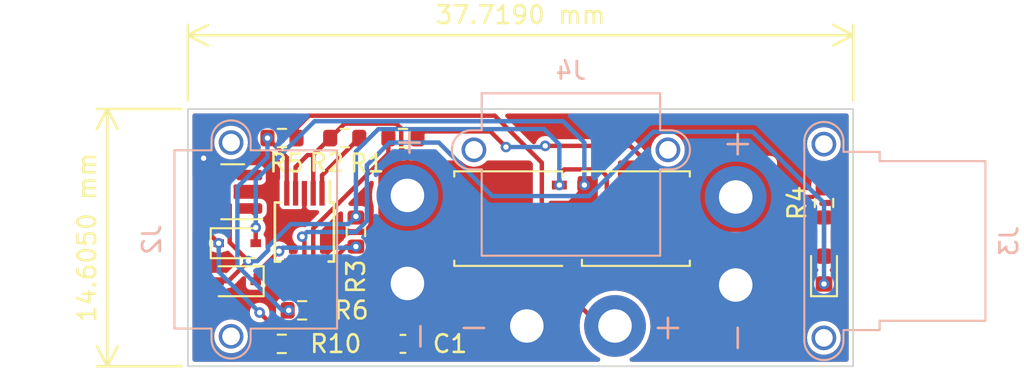
<source format=kicad_pcb>
(kicad_pcb (version 20211014) (generator pcbnew)
  (layers (0 "F.Cu" signal) (31 "B.Cu" signal) (34 "B.Paste" user) (35 "F.Paste" user) (36 "B.SilkS" user "B.Silkscreen") (37 "F.SilkS" user "F.Silkscreen") (38 "B.Mask" user) (39 "F.Mask" user) (44 "Edge.Cuts" user))
  (net 0 "")
  (net 1 "Net-(C1-Pad1)")
  (net 2 "GND")
  (net 3 "Net-(D1-Pad1)")
  (net 4 "Net-(D1-Pad2)")
  (net 5 "Net-(D3-Pad2)")
  (net 6 "/NMOS_OUT")
  (net 7 "/EN")
  (net 8 "/NMOS_IN")
  (net 9 "/PGD")
  (net 10 "Net-(D2-Pad2)")
  (net 11 "Net-(D3-Pad1)")
  (net 12 "Net-(R1-Pad2)")
  (net 13 "Net-(R2-Pad2)")
  (net 14 "Net-(J4-Pad2)")
  (footprint "Resistor_SMD:R_0603_1608Metric" (layer "F.Cu") (at 141.478 74.041)
    (fp_text reference "R2" (at -1.016 1.397) (layer "F.SilkS"))
    (fp_text value "10k")
    (fp_line (start -0.237258 -0.5225) (end 0.237258 -0.5225) (layer "F.SilkS") (width 0.12))
    (fp_line (start -0.237258 0.5225) (end 0.237258 0.5225) (layer "F.SilkS") (width 0.12))
    (pad "1" smd roundrect (at -0.825 0) (size 0.8 0.95) (layers "F.Cu" "F.Paste" "F.Mask") (net 8 "/NMOS_IN"))
    (pad "2" smd roundrect (at 0.825 0) (size 0.8 0.95) (layers "F.Cu" "F.Paste" "F.Mask") (net 13 "Net-(R2-Pad2)"))
  )
  (footprint "Capacitor_SMD:C_0603_1608Metric" (layer "F.Cu") (at 144.78 85.725)
    (fp_text reference "C1" (at 2.667 0) (layer "F.SilkS"))
    (fp_text value "68n")
    (fp_line (start -0.14058 0.51) (end 0.14058 0.51) (layer "F.SilkS") (width 0.12))
    (fp_line (start -0.14058 -0.51) (end 0.14058 -0.51) (layer "F.SilkS") (width 0.12))
    (pad "1" smd roundrect (at -0.775 0) (size 0.9 0.95) (layers "F.Cu" "F.Paste" "F.Mask") (net 1 "Net-(C1-Pad1)"))
    (pad "2" smd roundrect (at 0.775 0) (size 0.9 0.95) (layers "F.Cu" "F.Paste" "F.Mask") (net 2 "GND"))
  )
  (footprint "Package_TO_SOT_SMD:SOT-23" (layer "F.Cu") (at 135.128 77.089 180)
    (fp_text reference "Q3" hide)
    (fp_text value "S8050")
    (fp_line (start 0 -1.56) (end -1.675 -1.56) (layer "F.SilkS") (width 0.12))
    (fp_line (start 0 1.56) (end 0.65 1.56) (layer "F.SilkS") (width 0.12))
    (fp_line (start 0 -1.56) (end 0.65 -1.56) (layer "F.SilkS") (width 0.12))
    (fp_line (start 0 1.56) (end -0.65 1.56) (layer "F.SilkS") (width 0.12))
    (pad "1" smd roundrect (at -0.9375 -0.95 180) (size 1.475 0.6) (layers "F.Cu" "F.Paste" "F.Mask") (net 5 "Net-(D3-Pad2)"))
    (pad "2" smd roundrect (at -0.9375 0.95 180) (size 1.475 0.6) (layers "F.Cu" "F.Paste" "F.Mask") (net 11 "Net-(D3-Pad1)"))
    (pad "3" smd roundrect (at 0.9375 0 180) (size 1.475 0.6) (layers "F.Cu" "F.Paste" "F.Mask") (net 4 "Net-(D1-Pad2)"))
  )
  (footprint "Resistor_SMD:R_0603_1608Metric" (layer "F.Cu") (at 137.922 74.041 180)
    (fp_text reference "R5" (at -0.254 -1.43) (layer "F.SilkS"))
    (fp_text value "10k")
    (fp_line (start -0.237258 -0.5225) (end 0.237258 -0.5225) (layer "F.SilkS") (width 0.12))
    (fp_line (start -0.237258 0.5225) (end 0.237258 0.5225) (layer "F.SilkS") (width 0.12))
    (pad "1" smd roundrect (at -0.825 0 180) (size 0.8 0.95) (layers "F.Cu" "F.Paste" "F.Mask") (net 14 "Net-(J4-Pad2)"))
    (pad "2" smd roundrect (at 0.825 0 180) (size 0.8 0.95) (layers "F.Cu" "F.Paste" "F.Mask") (net 7 "/EN"))
  )
  (footprint "LED_SMD:LED_0603_1608Metric" (layer "F.Cu") (at 168.656 81.534 90)
    (fp_text reference "D2" hide)
    (fp_text value "LED")
    (fp_line (start 0.8 -0.735) (end -1.485 -0.735) (layer "F.SilkS") (width 0.12))
    (fp_line (start -1.485 -0.735) (end -1.485 0.735) (layer "F.SilkS") (width 0.12))
    (fp_line (start -1.485 0.735) (end 0.8 0.735) (layer "F.SilkS") (width 0.12))
    (pad "1" smd roundrect (at -0.7875 0 90) (size 0.875 0.95) (layers "F.Cu" "F.Paste" "F.Mask") (net 9 "/PGD"))
    (pad "2" smd roundrect (at 0.7875 0 90) (size 0.875 0.95) (layers "F.Cu" "F.Paste" "F.Mask") (net 10 "Net-(D2-Pad2)"))
  )
  (footprint "Package_TO_SOT_SMD:TDSON-8-1" (layer "F.Cu") (at 157.988 78.613)
    (fp_text reference "Q2" hide)
    (fp_text value "CSD18540Q5B")
    (fp_line (start 3.06 -2.385) (end 3.06 -2.685) (layer "F.SilkS") (width 0.12))
    (fp_line (start 3.06 2.385) (end 3.06 2.685) (layer "F.SilkS") (width 0.12))
    (fp_line (start 3.06 2.685) (end -3.06 2.685) (layer "F.SilkS") (width 0.12))
    (fp_line (start -3.06 2.335) (end -3.06 2.685) (layer "F.SilkS") (width 0.12))
    (fp_line (start 3.06 -2.685) (end -3.06 -2.685) (layer "F.SilkS") (width 0.12))
    (pad "1" smd rect (at -2.9 -1.905) (size 0.85 0.5) (layers "F.Cu" "F.Paste" "F.Mask") (net 5 "Net-(D3-Pad2)"))
    (pad "2" smd rect (at -2.9 -0.635) (size 0.85 0.5) (layers "F.Cu" "F.Paste" "F.Mask") (net 5 "Net-(D3-Pad2)"))
    (pad "3" smd rect (at -2.9 0.635) (size 0.85 0.5) (layers "F.Cu" "F.Paste" "F.Mask") (net 5 "Net-(D3-Pad2)"))
    (pad "4" smd rect (at -2.9 1.905) (size 0.85 0.5) (layers "F.Cu" "F.Paste" "F.Mask") (net 4 "Net-(D1-Pad2)"))
    (pad "5" smd rect (at 1.05 0) (size 4.55 4.41) (layers "F.Cu") (net 6 "/NMOS_OUT"))
  )
  (footprint "Resistor_SMD:R_0603_1608Metric" (layer "F.Cu") (at 139.065 83.82 180)
    (fp_text reference "R6" (at -2.794 0) (layer "F.SilkS"))
    (fp_text value "20k")
    (fp_line (start -0.237258 0.5225) (end 0.237258 0.5225) (layer "F.SilkS") (width 0.12))
    (fp_line (start -0.237258 -0.5225) (end 0.237258 -0.5225) (layer "F.SilkS") (width 0.12))
    (pad "1" smd roundrect (at -0.825 0 180) (size 0.8 0.95) (layers "F.Cu" "F.Paste" "F.Mask") (net 2 "GND"))
    (pad "2" smd roundrect (at 0.825 0 180) (size 0.8 0.95) (layers "F.Cu" "F.Paste" "F.Mask") (net 7 "/EN"))
  )
  (footprint "Resistor_SMD:R_0603_1608Metric" (layer "F.Cu") (at 142.113 79.375 90)
    (fp_text reference "R3" (at -2.54 0 90) (layer "F.SilkS"))
    (fp_text value "2k")
    (fp_line (start -0.237258 -0.5225) (end 0.237258 -0.5225) (layer "F.SilkS") (width 0.12))
    (fp_line (start -0.237258 0.5225) (end 0.237258 0.5225) (layer "F.SilkS") (width 0.12))
    (pad "1" smd roundrect (at -0.825 0 90) (size 0.8 0.95) (layers "F.Cu" "F.Paste" "F.Mask") (net 3 "Net-(D1-Pad1)"))
    (pad "2" smd roundrect (at 0.825 0 90) (size 0.8 0.95) (layers "F.Cu" "F.Paste" "F.Mask") (net 4 "Net-(D1-Pad2)"))
  )
  (footprint "Diode_SMD:D_SOD-323" (layer "F.Cu") (at 135.382 82.169 180)
    (fp_text reference "D1" hide)
    (fp_text value "1N4001")
    (fp_line (start -1.5 0.85) (end 1.05 0.85) (layer "F.SilkS") (width 0.12))
    (fp_line (start -1.5 -0.85) (end -1.5 0.85) (layer "F.SilkS") (width 0.12))
    (fp_line (start -1.5 -0.85) (end 1.05 -0.85) (layer "F.SilkS") (width 0.12))
    (pad "1" smd rect (at -1.05 0 180) (size 0.6 0.45) (layers "F.Cu" "F.Paste" "F.Mask") (net 3 "Net-(D1-Pad1)"))
    (pad "2" smd rect (at 1.05 0 180) (size 0.6 0.45) (layers "F.Cu" "F.Paste" "F.Mask") (net 4 "Net-(D1-Pad2)"))
  )
  (footprint "Diode_SMD:D_SOD-323" (layer "F.Cu") (at 135.382 80.01)
    (fp_text reference "D3" hide)
    (fp_text value "1N4001")
    (fp_line (start -1.5 -0.85) (end -1.5 0.85) (layer "F.SilkS") (width 0.12))
    (fp_line (start -1.5 -0.85) (end 1.05 -0.85) (layer "F.SilkS") (width 0.12))
    (fp_line (start -1.5 0.85) (end 1.05 0.85) (layer "F.SilkS") (width 0.12))
    (pad "1" smd rect (at -1.05 0) (size 0.6 0.45) (layers "F.Cu" "F.Paste" "F.Mask") (net 11 "Net-(D3-Pad1)"))
    (pad "2" smd rect (at 1.05 0) (size 0.6 0.45) (layers "F.Cu" "F.Paste" "F.Mask") (net 5 "Net-(D3-Pad2)"))
  )
  (footprint "Package_SO:MSOP-10_3x3mm_P0.5mm" (layer "F.Cu") (at 139.192 79.375 -90)
    (fp_text reference "U1" hide)
    (fp_text value "LM5060")
    (fp_line (start -1.675 -1.675) (end -1.675 -1.45) (layer "F.SilkS") (width 0.15))
    (fp_line (start 1.675 -1.675) (end 1.675 -1.375) (layer "F.SilkS") (width 0.15))
    (fp_line (start 1.675 1.675) (end 1.675 1.375) (layer "F.SilkS") (width 0.15))
    (fp_line (start -1.675 1.675) (end -1.675 1.375) (layer "F.SilkS") (width 0.15))
    (fp_line (start -1.675 -1.45) (end -2.9 -1.45) (layer "F.SilkS") (width 0.15))
    (fp_line (start -1.675 1.675) (end 1.675 1.675) (layer "F.SilkS") (width 0.15))
    (fp_line (start -1.675 -1.675) (end 1.675 -1.675) (layer "F.SilkS") (width 0.15))
    (pad "1" smd rect (at -2.2 -1 270) (size 1.4 0.3) (layers "F.Cu" "F.Paste" "F.Mask") (net 13 "Net-(R2-Pad2)"))
    (pad "2" smd rect (at -2.2 -0.5 270) (size 1.4 0.3) (layers "F.Cu" "F.Paste" "F.Mask") (net 8 "/NMOS_IN"))
    (pad "3" smd rect (at -2.2 0 270) (size 1.4 0.3) (layers "F.Cu" "F.Paste" "F.Mask") (net 2 "GND"))
    (pad "4" smd rect (at -2.2 0.5 270) (size 1.4 0.3) (layers "F.Cu" "F.Paste" "F.Mask") (net 8 "/NMOS_IN"))
    (pad "5" smd rect (at -2.2 1 270) (size 1.4 0.3) (layers "F.Cu" "F.Paste" "F.Mask") (net 7 "/EN"))
    (pad "6" smd rect (at 2.2 1 270) (size 1.4 0.3) (layers "F.Cu" "F.Paste" "F.Mask") (net 2 "GND"))
    (pad "7" smd rect (at 2.2 0.5 270) (size 1.4 0.3) (layers "F.Cu" "F.Paste" "F.Mask") (net 1 "Net-(C1-Pad1)"))
    (pad "8" smd rect (at 2.2 0 270) (size 1.4 0.3) (layers "F.Cu" "F.Paste" "F.Mask") (net 9 "/PGD"))
    (pad "9" smd rect (at 2.2 -0.5 270) (size 1.4 0.3) (layers "F.Cu" "F.Paste" "F.Mask") (net 12 "Net-(R1-Pad2)"))
    (pad "10" smd rect (at 2.2 -1 270) (size 1.4 0.3) (layers "F.Cu" "F.Paste" "F.Mask") (net 3 "Net-(D1-Pad1)"))
  )
  (footprint "Resistor_SMD:R_0603_1608Metric" (layer "F.Cu") (at 168.656 77.724 -90)
    (fp_text reference "R4" (at 0 1.524 90) (layer "F.SilkS"))
    (fp_text value "10K")
    (fp_line (start -0.237258 -0.5225) (end 0.237258 -0.5225) (layer "F.SilkS") (width 0.12))
    (fp_line (start -0.237258 0.5225) (end 0.237258 0.5225) (layer "F.SilkS") (width 0.12))
    (pad "1" smd roundrect (at -0.825 0 270) (size 0.8 0.95) (layers "F.Cu" "F.Paste" "F.Mask") (net 6 "/NMOS_OUT"))
    (pad "2" smd roundrect (at 0.825 0 270) (size 0.8 0.95) (layers "F.Cu" "F.Paste" "F.Mask") (net 10 "Net-(D2-Pad2)"))
  )
  (footprint "Resistor_SMD:R_0603_1608Metric" (layer "F.Cu") (at 144.78 74.041 180)
    (fp_text reference "R1" (at 2.032 -1.43) (layer "F.SilkS"))
    (fp_text value "10k")
    (fp_line (start -0.237258 -0.5225) (end 0.237258 -0.5225) (layer "F.SilkS") (width 0.12))
    (fp_line (start -0.237258 0.5225) (end 0.237258 0.5225) (layer "F.SilkS") (width 0.12))
    (pad "1" smd roundrect (at -0.825 0 180) (size 0.8 0.95) (layers "F.Cu" "F.Paste" "F.Mask") (net 6 "/NMOS_OUT"))
    (pad "2" smd roundrect (at 0.825 0 180) (size 0.8 0.95) (layers "F.Cu" "F.Paste" "F.Mask") (net 12 "Net-(R1-Pad2)"))
  )
  (footprint "Package_TO_SOT_SMD:TDSON-8-1" (layer "F.Cu") (at 150.749 78.613 180)
    (fp_text reference "Q1" hide)
    (fp_text value "CSD18540Q5B")
    (fp_line (start 3.06 -2.685) (end -3.06 -2.685) (layer "F.SilkS") (width 0.12))
    (fp_line (start -3.06 2.335) (end -3.06 2.685) (layer "F.SilkS") (width 0.12))
    (fp_line (start 3.06 -2.385) (end 3.06 -2.685) (layer "F.SilkS") (width 0.12))
    (fp_line (start 3.06 2.685) (end -3.06 2.685) (layer "F.SilkS") (width 0.12))
    (fp_line (start 3.06 2.385) (end 3.06 2.685) (layer "F.SilkS") (width 0.12))
    (pad "1" smd rect (at -2.9 -1.905 180) (size 0.85 0.5) (layers "F.Cu" "F.Paste" "F.Mask") (net 5 "Net-(D3-Pad2)"))
    (pad "2" smd rect (at -2.9 -0.635 180) (size 0.85 0.5) (layers "F.Cu" "F.Paste" "F.Mask") (net 5 "Net-(D3-Pad2)"))
    (pad "3" smd rect (at -2.9 0.635 180) (size 0.85 0.5) (layers "F.Cu" "F.Paste" "F.Mask") (net 5 "Net-(D3-Pad2)"))
    (pad "4" smd rect (at -2.9 1.905 180) (size 0.85 0.5) (layers "F.Cu" "F.Paste" "F.Mask") (net 4 "Net-(D1-Pad2)"))
    (pad "5" smd rect (at 1.05 0 180) (size 4.55 4.41) (layers "F.Cu") (net 8 "/NMOS_IN"))
  )
  (footprint "Resistor_SMD:R_0603_1608Metric" (layer "F.Cu") (at 137.909 85.725)
    (fp_text reference "R10" (at 3.061 0) (layer "F.SilkS"))
    (fp_text value "10k")
    (fp_line (start -0.237258 -0.5225) (end 0.237258 -0.5225) (layer "F.SilkS") (width 0.12))
    (fp_line (start -0.237258 0.5225) (end 0.237258 0.5225) (layer "F.SilkS") (width 0.12))
    (pad "1" smd roundrect (at -0.825 0) (size 0.8 0.95) (layers "F.Cu" "F.Paste" "F.Mask") (net 11 "Net-(D3-Pad1)"))
    (pad "2" smd roundrect (at 0.825 0) (size 0.8 0.95) (layers "F.Cu" "F.Paste" "F.Mask") (net 2 "GND"))
  )
  (footprint "Connector_AMASS:AMASS_XT30PW-F_1x02_P2.50mm_Horizontal" (layer "B.Cu") (at 163.649 82.383 90)
    (fp_text reference "J3" (at 2.5 15.5 90) (layer "B.SilkS") (effects (justify mirror)))
    (fp_text value "Conn_01x02")
    (fp_text user "-" (at -3 0 90) (layer "B.SilkS") (effects (font (size 1.5 1.5)) (justify mirror)))
    (fp_text user "+" (at 8 0 90) (layer "B.SilkS") (effects (font (size 1.5 1.5)) (justify mirror)))
    (fp_line (start -2.56 8.16) (end -2.03 8.16) (layer "B.SilkS") (width 0.12))
    (fp_line (start -3.26 3.89) (end 8.26 3.89) (layer "B.SilkS") (width 0.12))
    (fp_line (start -2.03 14.16) (end -2.03 8.16) (layer "B.SilkS") (width 0.12))
    (fp_line (start 7.03 14.16) (end 7.03 8.16) (layer "B.SilkS") (width 0.12))
    (fp_line (start -2.56 8.16) (end -2.56 6.11) (layer "B.SilkS") (width 0.12))
    (fp_line (start -2.03 14.16) (end 7 14.16) (layer "B.SilkS") (width 0.12))
    (fp_line (start -3.26 6.11) (end -2.56 6.11) (layer "B.SilkS") (width 0.12))
    (fp_line (start 7.56 8.16) (end 7.56 6.11) (layer "B.SilkS") (width 0.12))
    (fp_line (start 7.03 8.16) (end 7.56 8.16) (layer "B.SilkS") (width 0.12))
    (fp_line (start 7.56 6.11) (end 8.26 6.11) (layer "B.SilkS") (width 0.12))
    (fp_arc (start 8.15 3.89) (mid 9.26 5) (end 8.15 6.11) (layer "B.SilkS") (width 0.12))
    (fp_arc (start -3.15 6.11) (mid -4.256653 5.086124) (end -3.321729 3.903365) (layer "B.SilkS") (width 0.12))
    (pad "" thru_hole circle (at -3 5) (size 1.4 1.4) (drill 1) (layers *.Cu *.Mask))
    (pad "" thru_hole circle (at 8 5 90) (size 1.4 1.4) (drill 1) (layers *.Cu *.Mask))
    (pad "1" thru_hole rect (at 0 0 90) (size 3.5 3.5) (drill 1.9) (layers *.Cu *.Mask) (net 2 "GND"))
    (pad "2" thru_hole circle (at 5 0 90) (size 3.5 3.5) (drill 1.9) (layers *.Cu *.Mask) (net 6 "/NMOS_OUT"))
  )
  (footprint "Connector_AMASS:AMASS_XT30PW-M_1x02_P2.50mm_Horizontal" (layer "B.Cu") (at 145.034 82.296 -90)
    (fp_text reference "J2" (at -2.5 14.5 90) (layer "B.SilkS") (effects (justify mirror)))
    (fp_text value "Conn_01x02")
    (fp_text user "+" (at -8 0 90) (layer "B.SilkS") (effects (font (size 1.5 1.5)) (justify mirror)))
    (fp_text user "-" (at 3 -0.622 90) (layer "B.SilkS") (effects (font (size 1.5 1.5)) (justify mirror)))
    (fp_line (start -7.56 3.99) (end 2.56 3.99) (layer "B.SilkS") (width 0.12))
    (fp_line (start -8.15 11.11) (end -7.56 11.11) (layer "B.SilkS") (width 0.12))
    (fp_line (start -7.56 13.21) (end -7.56 11.11) (layer "B.SilkS") (width 0.12))
    (fp_line (start -8.15 8.89) (end -7.56 8.89) (layer "B.SilkS") (width 0.12))
    (fp_line (start -7.56 8.89) (end -7.56 3.99) (layer "B.SilkS") (width 0.12))
    (fp_line (start 2.56 11.11) (end 3.15 11.11) (layer "B.SilkS") (width 0.12))
    (fp_line (start 2.56 8.89) (end 3.15 8.89) (layer "B.SilkS") (width 0.12))
    (fp_line (start -7.56 13.21) (end 2.56 13.21) (layer "B.SilkS") (width 0.12))
    (fp_line (start 2.56 8.89) (end 2.56 3.99) (layer "B.SilkS") (width 0.12))
    (fp_line (start 2.56 13.21) (end 2.56 11.11) (layer "B.SilkS") (width 0.12))
    (fp_arc (start -8.15 11.11) (mid -9.26 10) (end -8.15 8.89) (layer "B.SilkS") (width 0.12))
    (fp_arc (start 3.15 8.89) (mid 4.26 10) (end 3.15 11.11) (layer "B.SilkS") (width 0.12))
    (pad "" thru_hole circle (at -8 10 270) (size 1.4 1.4) (drill 1) (layers *.Cu *.Mask))
    (pad "" thru_hole circle (at 3 10 270) (size 1.4 1.4) (drill 1) (layers *.Cu *.Mask))
    (pad "1" thru_hole rect (at 0 0 270) (size 3.5 3.5) (drill 1.9) (layers *.Cu *.Mask) (net 2 "GND"))
    (pad "2" thru_hole circle (at -5 0 270) (size 3.5 3.5) (drill 1.9) (layers *.Cu *.Mask) (net 8 "/NMOS_IN"))
  )
  (footprint "Connector_AMASS:AMASS_XT30PW-M_1x02_P2.50mm_Horizontal" (layer "B.Cu") (at 151.805 84.709 180)
    (fp_text reference "J4" (at -2.5 14.5) (layer "B.SilkS") (effects (justify mirror)))
    (fp_text value "Conn_01x02")
    (fp_text user "+" (at -8 0) (layer "B.SilkS") (effects (font (size 1.5 1.5)) (justify mirror)))
    (fp_text user "-" (at 3 0) (layer "B.SilkS") (effects (font (size 1.5 1.5)) (justify mirror)))
    (fp_line (start -7.56 8.89) (end -7.56 3.99) (layer "B.SilkS") (width 0.12))
    (fp_line (start -8.15 11.11) (end -7.56 11.11) (layer "B.SilkS") (width 0.12))
    (fp_line (start -8.15 8.89) (end -7.56 8.89) (layer "B.SilkS") (width 0.12))
    (fp_line (start 2.56 11.11) (end 3.15 11.11) (layer "B.SilkS") (width 0.12))
    (fp_line (start -7.56 13.21) (end -7.56 11.11) (layer "B.SilkS") (width 0.12))
    (fp_line (start 2.56 13.21) (end 2.56 11.11) (layer "B.SilkS") (width 0.12))
    (fp_line (start -7.56 13.21) (end 2.56 13.21) (layer "B.SilkS") (width 0.12))
    (fp_line (start 2.56 8.89) (end 2.56 3.99) (layer "B.SilkS") (width 0.12))
    (fp_line (start -7.56 3.99) (end 2.56 3.99) (layer "B.SilkS") (width 0.12))
    (fp_line (start 2.56 8.89) (end 3.15 8.89) (layer "B.SilkS") (width 0.12))
    (fp_arc (start 3.15 8.89) (mid 4.26 10) (end 3.15 11.11) (layer "B.SilkS") (width 0.12))
    (fp_arc (start -8.15 11.11) (mid -9.26 10) (end -8.15 8.89) (layer "B.SilkS") (width 0.12))
    (pad "" thru_hole circle (at 3 10 180) (size 1.4 1.4) (drill 1) (layers *.Cu *.Mask))
    (pad "" thru_hole circle (at -8 10 180) (size 1.4 1.4) (drill 1) (layers *.Cu *.Mask))
    (pad "1" thru_hole rect (at 0 0 180) (size 3.5 3.5) (drill 1.9) (layers *.Cu *.Mask) (net 2 "GND"))
    (pad "2" thru_hole circle (at -5 0 180) (size 3.5 3.5) (drill 1.9) (layers *.Cu *.Mask) (net 14 "Net-(J4-Pad2)"))
  )
  (gr_rect (start 132.588 72.39) (end 170.307 86.995) (layer "Edge.Cuts") (width 0.1) (fill none))
  (dimension (type aligned) (layer "F.SilkS") (pts (xy 132.715 72.39) (xy 132.715 86.995)) (height 4.699) (gr_text "14.6050 mm" (at 126.866 79.6925 90) (layer "F.SilkS") (effects (font (size 1 1) (thickness 0.15)))) (format (units 3) (units_format 1) (precision 4)) (style (thickness 0.15) (arrow_length 1.27) (text_position_mode 0) (extension_height 0.58642) (extension_offset 0.5) keep_text_aligned))
  (dimension (type aligned) (layer "F.SilkS") (pts (xy 132.588 72.39) (xy 170.307 72.39)) (height -4.191) (gr_text "37.7190 mm" (at 151.4475 67.049) (layer "F.SilkS") (effects (font (size 1 1) (thickness 0.15)))) (format (units 3) (units_format 1) (precision 4)) (style (thickness 0.15) (arrow_length 1.27) (text_position_mode 0) (extension_height 0.58642) (extension_offset 0.5) keep_text_aligned))
  (segment (start 140.52048 82.73548) (end 138.853458 82.73548) (width 0.25) (layer "F.Cu") (net 1))
  (segment (start 141.18652 83.40152) (end 140.52048 82.73548) (width 0.25) (layer "F.Cu") (net 1))
  (segment (start 138.692 82.574022) (end 138.692 81.575) (width 0.25) (layer "F.Cu") (net 1))
  (segment (start 144.005 85.725) (end 143.20548 84.92548) (width 0.25) (layer "F.Cu") (net 1))
  (segment (start 138.853458 82.73548) (end 138.692 82.574022) (width 0.25) (layer "F.Cu") (net 1))
  (segment (start 143.20548 84.92548) (end 141.784 84.92548) (width 0.25) (layer "F.Cu") (net 1))
  (segment (start 141.18652 84.328) (end 141.18652 83.40152) (width 0.25) (layer "F.Cu") (net 1))
  (segment (start 141.784 84.92548) (end 141.18652 84.328) (width 0.25) (layer "F.Cu") (net 1))
  (segment (start 139.192 78.174022) (end 139.166511 78.199511) (width 0.25) (layer "F.Cu") (net 2))
  (segment (start 137.12752 75.792448) (end 136.773072 75.438) (width 0.25) (layer "F.Cu") (net 2))
  (segment (start 139.192 77.175) (end 139.192 78.174022) (width 0.25) (layer "F.Cu") (net 2))
  (segment (start 136.773072 75.438) (end 133.731 75.438) (width 0.25) (layer "F.Cu") (net 2))
  (segment (start 137.889511 78.199511) (end 137.12752 77.43752) (width 0.25) (layer "F.Cu") (net 2))
  (segment (start 133.731 75.438) (end 133.477 75.184) (width 0.25) (layer "F.Cu") (net 2))
  (segment (start 139.166511 78.199511) (end 137.889511 78.199511) (width 0.25) (layer "F.Cu") (net 2))
  (segment (start 137.12752 77.43752) (end 137.12752 75.792448) (width 0.25) (layer "F.Cu") (net 2))
  (via (at 133.477 75.184) (size 0.6) (drill 0.3) (layers "F.Cu" "B.Cu") (net 2))
  (segment (start 142.113 80.2) (end 141.567 80.2) (width 0.25) (layer "F.Cu") (net 3))
  (segment (start 136.432 81.790029) (end 136.432 82.169) (width 0.25) (layer "F.Cu") (net 3))
  (segment (start 137.757798 80.464231) (end 136.432 81.790029) (width 0.25) (layer "F.Cu") (net 3))
  (segment (start 141.567 80.2) (end 140.192 81.575) (width 0.25) (layer "F.Cu") (net 3))
  (via (at 142.113 80.2) (size 0.6) (drill 0.3) (layers "F.Cu" "B.Cu") (net 3))
  (via (at 137.757798 80.464231) (size 0.6) (drill 0.3) (layers "F.Cu" "B.Cu") (net 3))
  (segment (start 137.757798 80.464231) (end 137.958029 80.264) (width 0.25) (layer "B.Cu") (net 3))
  (segment (start 137.958029 80.264) (end 142.049 80.264) (width 0.25) (layer "B.Cu") (net 3))
  (segment (start 142.049 80.264) (end 142.113 80.2) (width 0.25) (layer "B.Cu") (net 3))
  (segment (start 134.956511 79.965511) (end 136.017 81.026) (width 0.25) (layer "F.Cu") (net 4))
  (segment (start 155.088 80.518) (end 155.702 80.518) (width 0.25) (layer "F.Cu") (net 4))
  (segment (start 134.1905 77.089) (end 134.956511 77.855011) (width 0.25) (layer "F.Cu") (net 4))
  (segment (start 134.874 82.169) (end 136.017 81.026) (width 0.25) (layer "F.Cu") (net 4))
  (segment (start 155.702 80.518) (end 156.337 79.883) (width 0.25) (layer "F.Cu") (net 4))
  (segment (start 156.337 76.2) (end 155.956 75.819) (width 0.25) (layer "F.Cu") (net 4))
  (segment (start 156.337 79.883) (end 156.337 76.2) (width 0.25) (layer "F.Cu") (net 4))
  (segment (start 134.956511 77.855011) (end 134.956511 79.965511) (width 0.25) (layer "F.Cu") (net 4))
  (segment (start 134.332 82.169) (end 134.874 82.169) (width 0.25) (layer "F.Cu") (net 4))
  (segment (start 153.649 76.094) (end 153.649 76.708) (width 0.25) (layer "F.Cu") (net 4))
  (segment (start 153.924 75.819) (end 153.649 76.094) (width 0.25) (layer "F.Cu") (net 4))
  (segment (start 155.956 75.819) (end 153.924 75.819) (width 0.25) (layer "F.Cu") (net 4))
  (via (at 142.113 78.486) (size 0.6) (drill 0.3) (layers "F.Cu" "B.Cu") (net 4))
  (via (at 136.017 81.026) (size 0.6) (drill 0.3) (layers "F.Cu" "B.Cu") (net 4))
  (via (at 153.649 76.708) (size 0.6) (drill 0.3) (layers "F.Cu" "B.Cu") (net 4))
  (segment (start 142.113 74.803) (end 143.383 73.533) (width 0.25) (layer "B.Cu") (net 4))
  (segment (start 138.413356 78.92548) (end 141.67352 78.92548) (width 0.25) (layer "B.Cu") (net 4))
  (segment (start 141.67352 78.92548) (end 142.113 78.486) (width 0.25) (layer "B.Cu") (net 4))
  (segment (start 137.133287 80.205549) (end 138.413356 78.92548) (width 0.25) (layer "B.Cu") (net 4))
  (segment (start 143.383 73.533) (end 152.781 73.533) (width 0.25) (layer "B.Cu") (net 4))
  (segment (start 153.649 74.401) (end 153.649 76.708) (width 0.25) (layer "B.Cu") (net 4))
  (segment (start 137.133287 80.417713) (end 137.133287 80.205549) (width 0.25) (layer "B.Cu") (net 4))
  (segment (start 136.017 81.026) (end 136.525 81.026) (width 0.25) (layer "B.Cu") (net 4))
  (segment (start 152.781 73.533) (end 153.649 74.401) (width 0.25) (layer "B.Cu") (net 4))
  (segment (start 142.113 78.486) (end 142.113 74.803) (width 0.25) (layer "B.Cu") (net 4))
  (segment (start 136.525 81.026) (end 137.133287 80.417713) (width 0.25) (layer "B.Cu") (net 4))
  (segment (start 136.432 79.121) (end 136.432 78.4055) (width 0.25) (layer "F.Cu") (net 5))
  (segment (start 136.432 78.4055) (end 136.0655 78.039) (width 0.25) (layer "F.Cu") (net 5))
  (segment (start 136.432 80.01) (end 136.432 79.121) (width 0.25) (layer "F.Cu") (net 5))
  (via (at 136.432 79.121) (size 0.6) (drill 0.3) (layers "F.Cu" "B.Cu") (net 5))
  (via (at 155.067 76.708) (size 0.6) (drill 0.3) (layers "F.Cu" "B.Cu") (net 5))
  (segment (start 155.067 74.295) (end 155.067 76.708) (width 0.25) (layer "B.Cu") (net 5))
  (segment (start 153.85548 73.08348) (end 155.067 74.295) (width 0.25) (layer "B.Cu") (net 5))
  (segment (start 136.432 79.121) (end 136.432 76.42) (width 0.25) (layer "B.Cu") (net 5))
  (segment (start 136.432 76.42) (end 139.76852 73.08348) (width 0.25) (layer "B.Cu") (net 5))
  (segment (start 139.76852 73.08348) (end 153.85548 73.08348) (width 0.25) (layer "B.Cu") (net 5))
  (segment (start 145.605 74.041) (end 145.986 73.66) (width 0.25) (layer "F.Cu") (net 6))
  (segment (start 168.172 77.383) (end 168.656 76.899) (width 0.25) (layer "F.Cu") (net 6))
  (segment (start 149.733 73.66) (end 150.622 74.549) (width 0.25) (layer "F.Cu") (net 6))
  (segment (start 152.847411 74.482589) (end 157.667589 74.482589) (width 0.25) (layer "F.Cu") (net 6))
  (segment (start 145.986 73.66) (end 149.733 73.66) (width 0.25) (layer "F.Cu") (net 6))
  (segment (start 163.649 77.383) (end 168.172 77.383) (width 0.25) (layer "F.Cu") (net 6))
  (segment (start 159.038 75.853) (end 159.038 78.613) (width 0.25) (layer "F.Cu") (net 6))
  (segment (start 157.667589 74.482589) (end 159.038 75.853) (width 0.25) (layer "F.Cu") (net 6))
  (via (at 152.847411 74.482589) (size 0.6) (drill 0.3) (layers "F.Cu" "B.Cu") (net 6))
  (via (at 150.622 74.549) (size 0.6) (drill 0.3) (layers "F.Cu" "B.Cu") (net 6))
  (segment (start 152.781 74.549) (end 152.847411 74.482589) (width 0.25) (layer "B.Cu") (net 6))
  (segment (start 150.622 74.549) (end 152.781 74.549) (width 0.25) (layer "B.Cu") (net 6))
  (segment (start 138.192 75.136) (end 137.097 74.041) (width 0.25) (layer "F.Cu") (net 7))
  (segment (start 138.192 77.175) (end 138.192 75.136) (width 0.25) (layer "F.Cu") (net 7))
  (via (at 138.303 83.82) (size 0.6) (drill 0.3) (layers "F.Cu" "B.Cu") (net 7))
  (via (at 137.097 74.041) (size 0.6) (drill 0.3) (layers "F.Cu" "B.Cu") (net 7))
  (segment (start 138.303 83.82) (end 137.927807 83.82) (width 0.25) (layer "B.Cu") (net 7))
  (segment (start 137.097 75.119282) (end 137.097 74.041) (width 0.25) (layer "B.Cu") (net 7))
  (segment (start 137.927807 83.82) (end 135.392489 81.284682) (width 0.25) (layer "B.Cu") (net 7))
  (segment (start 135.392489 76.823793) (end 137.097 75.119282) (width 0.25) (layer "B.Cu") (net 7))
  (segment (start 135.392489 81.284682) (end 135.392489 76.823793) (width 0.25) (layer "B.Cu") (net 7))
  (segment (start 145.034 77.296) (end 145.034 74.994257) (width 0.25) (layer "F.Cu") (net 8))
  (segment (start 144.67952 74.639777) (end 144.67952 73.50104) (width 0.25) (layer "F.Cu") (net 8))
  (segment (start 138.692 75.684) (end 139.374 75.002) (width 0.25) (layer "F.Cu") (net 8))
  (segment (start 144.67952 73.50104) (end 144.399 73.22052) (width 0.25) (layer "F.Cu") (net 8))
  (segment (start 145.034 74.994257) (end 144.67952 74.639777) (width 0.25) (layer "F.Cu") (net 8))
  (segment (start 138.692 77.175) (end 138.692 75.684) (width 0.25) (layer "F.Cu") (net 8))
  (segment (start 141.47348 73.22052) (end 140.653 74.041) (width 0.25) (layer "F.Cu") (net 8))
  (segment (start 139.692 75.002) (end 140.0495 74.6445) (width 0.25) (layer "F.Cu") (net 8))
  (segment (start 144.399 73.22052) (end 141.47348 73.22052) (width 0.25) (layer "F.Cu") (net 8))
  (segment (start 139.374 75.002) (end 139.692 75.002) (width 0.25) (layer "F.Cu") (net 8))
  (segment (start 139.692 77.175) (end 139.692 75.002) (width 0.25) (layer "F.Cu") (net 8))
  (segment (start 140.0495 74.6445) (end 140.653 74.041) (width 0.25) (layer "F.Cu") (net 8))
  (segment (start 139.192 79.764) (end 139.192 81.575) (width 0.25) (layer "F.Cu") (net 9))
  (segment (start 139.0675 79.6395) (end 139.192 79.764) (width 0.25) (layer "F.Cu") (net 9))
  (via (at 139.0675 79.6395) (size 0.6) (drill 0.3) (layers "F.Cu" "B.Cu") (net 9))
  (via (at 168.656 82.3215) (size 0.6) (drill 0.3) (layers "F.Cu" "B.Cu") (net 9))
  (segment (start 139.332 79.375) (end 142.107193 79.375) (width 0.25) (layer "B.Cu") (net 9))
  (segment (start 146.812 74.295) (end 149.849511 77.332511) (width 0.25) (layer "B.Cu") (net 9))
  (segment (start 158.979511 73.684489) (end 164.616489 73.684489) (width 0.25) (layer "B.Cu") (net 9))
  (segment (start 168.656 77.724) (end 168.656 82.3215) (width 0.25) (layer "B.Cu") (net 9))
  (segment (start 164.616489 73.684489) (end 168.656 77.724) (width 0.25) (layer "B.Cu") (net 9))
  (segment (start 139.0675 79.6395) (end 139.332 79.375) (width 0.25) (layer "B.Cu") (net 9))
  (segment (start 142.737511 78.744682) (end 142.737511 75.575489) (width 0.25) (layer "B.Cu") (net 9))
  (segment (start 142.737511 75.575489) (end 144.018 74.295) (width 0.25) (layer "B.Cu") (net 9))
  (segment (start 144.018 74.295) (end 146.812 74.295) (width 0.25) (layer "B.Cu") (net 9))
  (segment (start 149.849511 77.332511) (end 155.331489 77.332511) (width 0.25) (layer "B.Cu") (net 9))
  (segment (start 142.107193 79.375) (end 142.737511 78.744682) (width 0.25) (layer "B.Cu") (net 9))
  (segment (start 155.331489 77.332511) (end 158.979511 73.684489) (width 0.25) (layer "B.Cu") (net 9))
  (segment (start 168.656 80.7465) (end 168.656 78.549) (width 0.25) (layer "F.Cu") (net 10))
  (segment (start 137.084 84.379) (end 136.652 83.947) (width 0.25) (layer "F.Cu") (net 11))
  (segment (start 133.12848 76.742448) (end 133.12848 78.80648) (width 0.25) (layer "F.Cu") (net 11))
  (segment (start 137.084 85.725) (end 137.084 84.379) (width 0.25) (layer "F.Cu") (net 11))
  (segment (start 133.731928 76.139) (end 133.12848 76.742448) (width 0.25) (layer "F.Cu") (net 11))
  (segment (start 136.0655 76.139) (end 133.731928 76.139) (width 0.25) (layer "F.Cu") (net 11))
  (segment (start 133.12848 78.80648) (end 134.332 80.01) (width 0.25) (layer "F.Cu") (net 11))
  (via (at 134.332 80.01) (size 0.6) (drill 0.3) (layers "F.Cu" "B.Cu") (net 11))
  (via (at 136.652 83.947) (size 0.6) (drill 0.3) (layers "F.Cu" "B.Cu") (net 11))
  (segment (start 134.332 81.627) (end 134.332 80.01) (width 0.25) (layer "B.Cu") (net 11))
  (segment (start 136.652 83.947) (end 134.332 81.627) (width 0.25) (layer "B.Cu") (net 11))
  (segment (start 139.692 79.174022) (end 139.692 81.575) (width 0.25) (layer "F.Cu") (net 12))
  (segment (start 143.955 74.041) (end 143.955 74.911022) (width 0.25) (layer "F.Cu") (net 12))
  (segment (start 143.955 74.911022) (end 139.692 79.174022) (width 0.25) (layer "F.Cu") (net 12))
  (segment (start 140.192 77.175) (end 140.192 76.152) (width 0.25) (layer "F.Cu") (net 13))
  (segment (start 140.192 76.152) (end 142.303 74.041) (width 0.25) (layer "F.Cu") (net 13))
  (segment (start 155.956 84.709) (end 156.805 84.709) (width 0.25) (layer "F.Cu") (net 14))
  (segment (start 149.987 72.771) (end 152.654 75.438) (width 0.25) (layer "F.Cu") (net 14))
  (segment (start 152.654 81.407) (end 155.956 84.709) (width 0.25) (layer "F.Cu") (net 14))
  (segment (start 138.747 74.041) (end 138.747 73.47) (width 0.25) (layer "F.Cu") (net 14))
  (segment (start 138.747 73.47) (end 139.446 72.771) (width 0.25) (layer "F.Cu") (net 14))
  (segment (start 152.654 75.438) (end 152.654 81.407) (width 0.25) (layer "F.Cu") (net 14))
  (segment (start 139.446 72.771) (end 149.987 72.771) (width 0.25) (layer "F.Cu") (net 14))
  (zone (net 8) (net_name "/NMOS_IN") (layer "F.Cu") (priority 1) (connect_pads yes (clearance 0.254)) (min_thickness 0.254) (fill yes (thermal_gap 0.508) (thermal_bridge_width 0.508))
    (polygon (pts (xy 152.146 80.645) (xy 147.447 80.645) (xy 147.447 79.629) (xy 143.383 79.629) (xy 143.383 75.311) (xy 152.146 75.311)))
  )
  (zone (net 2) (net_name "GND") (layers F&B.Cu) (connect_pads yes (clearance 0.254)) (min_thickness 0.254) (fill yes (thermal_gap 0.508) (thermal_bridge_width 0.508))
    (polygon (pts (xy 172.212 86.868) (xy 131.445 86.868) (xy 131.445 71.882) (xy 172.212 71.882)))
  )
  (zone (net 6) (net_name "/NMOS_OUT") (layer "F.Cu") (priority 1) (connect_pads yes (clearance 0.254)) (min_thickness 0.254) (fill yes (thermal_gap 0.508) (thermal_bridge_width 0.508))
    (polygon (pts (xy 165.735 79.375) (xy 161.417 79.375) (xy 161.417 80.772) (xy 156.972 80.772) (xy 156.972 75.311) (xy 165.735 75.311)))
  )
  (zone (net 5) (net_name "Net-(D3-Pad2)") (layer "F.Cu") (priority 2) (connect_pads yes (clearance 0.254)) (min_thickness 0.254) (fill yes (thermal_gap 0.508) (thermal_bridge_width 0.508))
    (polygon (pts (xy 155.829 79.629) (xy 154.686 79.629) (xy 154.305 80.01) (xy 154.305 81.026) (xy 152.908 81.026) (xy 152.908 77.597) (xy 154.178 77.597) (xy 154.686 77.089) (xy 154.686 76.2) (xy 155.829 76.2)))
  )
)
</source>
